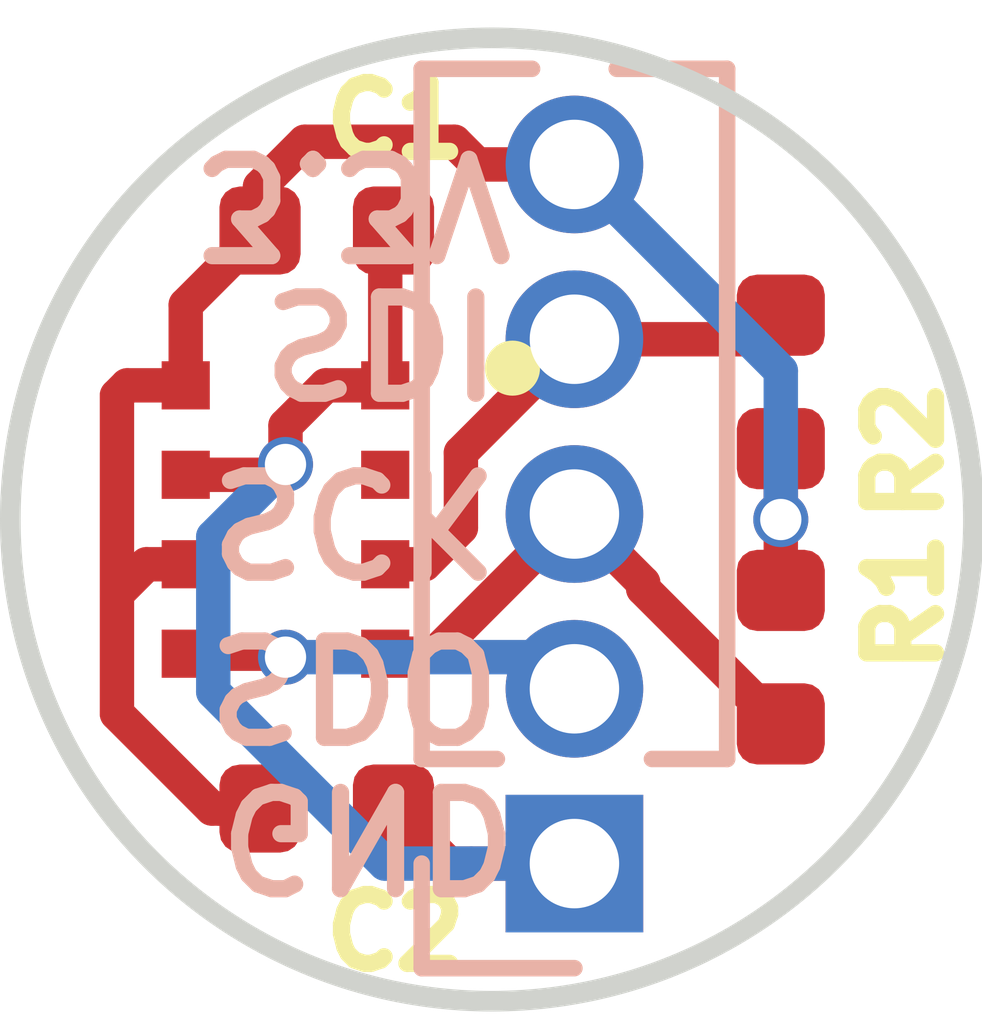
<source format=kicad_pcb>
(kicad_pcb (version 20171130) (host pcbnew 5.1.5-52549c5~84~ubuntu18.04.1)

  (general
    (thickness 1.6)
    (drawings 6)
    (tracks 54)
    (zones 0)
    (modules 6)
    (nets 7)
  )

  (page A4)
  (layers
    (0 F.Cu signal)
    (31 B.Cu signal)
    (32 B.Adhes user)
    (33 F.Adhes user)
    (34 B.Paste user)
    (35 F.Paste user)
    (36 B.SilkS user)
    (37 F.SilkS user)
    (38 B.Mask user)
    (39 F.Mask user)
    (40 Dwgs.User user)
    (41 Cmts.User user)
    (42 Eco1.User user)
    (43 Eco2.User user)
    (44 Edge.Cuts user)
    (45 Margin user)
    (46 B.CrtYd user)
    (47 F.CrtYd user)
    (48 B.Fab user)
    (49 F.Fab user hide)
  )

  (setup
    (last_trace_width 0.25)
    (trace_clearance 0.2)
    (zone_clearance 0.508)
    (zone_45_only no)
    (trace_min 0.2)
    (via_size 0.4)
    (via_drill 0.3)
    (via_min_size 0.4)
    (via_min_drill 0.3)
    (uvia_size 0.3)
    (uvia_drill 0.1)
    (uvias_allowed no)
    (uvia_min_size 0.2)
    (uvia_min_drill 0.1)
    (edge_width 0.15)
    (segment_width 0.2)
    (pcb_text_width 0.3)
    (pcb_text_size 1.5 1.5)
    (mod_edge_width 0.15)
    (mod_text_size 1 1)
    (mod_text_width 0.15)
    (pad_size 1.524 1.524)
    (pad_drill 0.762)
    (pad_to_mask_clearance 0.051)
    (solder_mask_min_width 0.25)
    (aux_axis_origin 0 0)
    (visible_elements FFFFFF7F)
    (pcbplotparams
      (layerselection 0x010fc_ffffffff)
      (usegerberextensions false)
      (usegerberattributes false)
      (usegerberadvancedattributes false)
      (creategerberjobfile false)
      (excludeedgelayer true)
      (linewidth 0.100000)
      (plotframeref false)
      (viasonmask false)
      (mode 1)
      (useauxorigin false)
      (hpglpennumber 1)
      (hpglpenspeed 20)
      (hpglpendiameter 15.000000)
      (psnegative false)
      (psa4output false)
      (plotreference true)
      (plotvalue true)
      (plotinvisibletext false)
      (padsonsilk false)
      (subtractmaskfromsilk false)
      (outputformat 1)
      (mirror false)
      (drillshape 1)
      (scaleselection 1)
      (outputdirectory ""))
  )

  (net 0 "")
  (net 1 +3V3)
  (net 2 GND)
  (net 3 /sck)
  (net 4 /sdi)
  (net 5 /sdo)
  (net 6 "Net-(U1-Pad2)")

  (net_class Default "This is the default net class."
    (clearance 0.2)
    (trace_width 0.25)
    (via_dia 0.4)
    (via_drill 0.3)
    (uvia_dia 0.3)
    (uvia_drill 0.1)
    (add_net +3V3)
    (add_net /sck)
    (add_net /sdi)
    (add_net /sdo)
    (add_net GND)
    (add_net "Net-(U1-Pad2)")
  )

  (module Capacitor_SMD:C_0402_1005Metric (layer F.Cu) (tedit 5E57BB81) (tstamp 5E6DBC1F)
    (at 140.8 91.9 180)
    (descr "Capacitor SMD 0402 (1005 Metric), square (rectangular) end terminal, IPC_7351 nominal, (Body size source: http://www.tortai-tech.com/upload/download/2011102023233369053.pdf), generated with kicad-footprint-generator")
    (tags capacitor)
    (path /5E57BA75)
    (attr smd)
    (fp_text reference C1 (at -0.5 0.8) (layer F.SilkS)
      (effects (font (size 0.5 0.5) (thickness 0.15)))
    )
    (fp_text value 100n (at 0 1.17) (layer F.Fab)
      (effects (font (size 1 1) (thickness 0.15)))
    )
    (fp_line (start -0.5 0.25) (end -0.5 -0.25) (layer F.Fab) (width 0.1))
    (fp_line (start -0.5 -0.25) (end 0.5 -0.25) (layer F.Fab) (width 0.1))
    (fp_line (start 0.5 -0.25) (end 0.5 0.25) (layer F.Fab) (width 0.1))
    (fp_line (start 0.5 0.25) (end -0.5 0.25) (layer F.Fab) (width 0.1))
    (fp_line (start -0.93 0.47) (end -0.93 -0.47) (layer F.CrtYd) (width 0.05))
    (fp_line (start -0.93 -0.47) (end 0.93 -0.47) (layer F.CrtYd) (width 0.05))
    (fp_line (start 0.93 -0.47) (end 0.93 0.47) (layer F.CrtYd) (width 0.05))
    (fp_line (start 0.93 0.47) (end -0.93 0.47) (layer F.CrtYd) (width 0.05))
    (fp_text user %R (at 0 0) (layer F.Fab)
      (effects (font (size 0.25 0.25) (thickness 0.04)))
    )
    (pad 1 smd roundrect (at -0.485 0 180) (size 0.59 0.64) (layers F.Cu F.Paste F.Mask) (roundrect_rratio 0.25)
      (net 2 GND))
    (pad 2 smd roundrect (at 0.485 0 180) (size 0.59 0.64) (layers F.Cu F.Paste F.Mask) (roundrect_rratio 0.25)
      (net 1 +3V3))
    (model ${KISYS3DMOD}/Capacitor_SMD.3dshapes/C_0402_1005Metric.wrl
      (at (xyz 0 0 0))
      (scale (xyz 1 1 1))
      (rotate (xyz 0 0 0))
    )
  )

  (module Capacitor_SMD:C_0402_1005Metric (layer F.Cu) (tedit 5E57BB84) (tstamp 5F9C3525)
    (at 140.8 96.1 180)
    (descr "Capacitor SMD 0402 (1005 Metric), square (rectangular) end terminal, IPC_7351 nominal, (Body size source: http://www.tortai-tech.com/upload/download/2011102023233369053.pdf), generated with kicad-footprint-generator")
    (tags capacitor)
    (path /5E57BB58)
    (attr smd)
    (fp_text reference C2 (at -0.5 -0.9) (layer F.SilkS)
      (effects (font (size 0.5 0.5) (thickness 0.15)))
    )
    (fp_text value 100n (at 0 1.17) (layer F.Fab)
      (effects (font (size 1 1) (thickness 0.15)))
    )
    (fp_text user %R (at 0 0) (layer F.Fab)
      (effects (font (size 0.25 0.25) (thickness 0.04)))
    )
    (fp_line (start 0.93 0.47) (end -0.93 0.47) (layer F.CrtYd) (width 0.05))
    (fp_line (start 0.93 -0.47) (end 0.93 0.47) (layer F.CrtYd) (width 0.05))
    (fp_line (start -0.93 -0.47) (end 0.93 -0.47) (layer F.CrtYd) (width 0.05))
    (fp_line (start -0.93 0.47) (end -0.93 -0.47) (layer F.CrtYd) (width 0.05))
    (fp_line (start 0.5 0.25) (end -0.5 0.25) (layer F.Fab) (width 0.1))
    (fp_line (start 0.5 -0.25) (end 0.5 0.25) (layer F.Fab) (width 0.1))
    (fp_line (start -0.5 -0.25) (end 0.5 -0.25) (layer F.Fab) (width 0.1))
    (fp_line (start -0.5 0.25) (end -0.5 -0.25) (layer F.Fab) (width 0.1))
    (pad 2 smd roundrect (at 0.485 0 180) (size 0.59 0.64) (layers F.Cu F.Paste F.Mask) (roundrect_rratio 0.25)
      (net 1 +3V3))
    (pad 1 smd roundrect (at -0.485 0 180) (size 0.59 0.64) (layers F.Cu F.Paste F.Mask) (roundrect_rratio 0.25)
      (net 2 GND))
    (model ${KISYS3DMOD}/Capacitor_SMD.3dshapes/C_0402_1005Metric.wrl
      (at (xyz 0 0 0))
      (scale (xyz 1 1 1))
      (rotate (xyz 0 0 0))
    )
  )

  (module Connector_PinHeader_1.27mm:PinHeader_1x05_P1.27mm_Vertical (layer B.Cu) (tedit 5E57BBA1) (tstamp 5E6DBC49)
    (at 142.6 96.5)
    (descr "Through hole straight pin header, 1x05, 1.27mm pitch, single row")
    (tags "Through hole pin header THT 1x05 1.27mm single row")
    (path /5E57BDFD)
    (fp_text reference J1 (at 0 1.695) (layer B.SilkS) hide
      (effects (font (size 1 1) (thickness 0.15)) (justify mirror))
    )
    (fp_text value Conn_01x05_Female (at 0 -6.775) (layer B.Fab) hide
      (effects (font (size 1 1) (thickness 0.15)) (justify mirror))
    )
    (fp_line (start -0.525 0.635) (end 1.05 0.635) (layer B.Fab) (width 0.1))
    (fp_line (start 1.05 0.635) (end 1.05 -5.715) (layer B.Fab) (width 0.1))
    (fp_line (start 1.05 -5.715) (end -1.05 -5.715) (layer B.Fab) (width 0.1))
    (fp_line (start -1.05 -5.715) (end -1.05 0.11) (layer B.Fab) (width 0.1))
    (fp_line (start -1.05 0.11) (end -0.525 0.635) (layer B.Fab) (width 0.1))
    (fp_line (start -1.11 -5.775) (end -0.30753 -5.775) (layer B.SilkS) (width 0.12))
    (fp_line (start 0.30753 -5.775) (end 1.11 -5.775) (layer B.SilkS) (width 0.12))
    (fp_line (start -1.11 -0.76) (end -1.11 -5.775) (layer B.SilkS) (width 0.12))
    (fp_line (start 1.11 -0.76) (end 1.11 -5.775) (layer B.SilkS) (width 0.12))
    (fp_line (start -1.11 -0.76) (end -0.563471 -0.76) (layer B.SilkS) (width 0.12))
    (fp_line (start 0.563471 -0.76) (end 1.11 -0.76) (layer B.SilkS) (width 0.12))
    (fp_line (start -1.11 0) (end -1.11 0.76) (layer B.SilkS) (width 0.12))
    (fp_line (start -1.11 0.76) (end 0 0.76) (layer B.SilkS) (width 0.12))
    (fp_line (start -1.55 1.15) (end -1.55 -6.25) (layer B.CrtYd) (width 0.05))
    (fp_line (start -1.55 -6.25) (end 1.55 -6.25) (layer B.CrtYd) (width 0.05))
    (fp_line (start 1.55 -6.25) (end 1.55 1.15) (layer B.CrtYd) (width 0.05))
    (fp_line (start 1.55 1.15) (end -1.55 1.15) (layer B.CrtYd) (width 0.05))
    (fp_text user %R (at 0 -2.54 90) (layer B.Fab)
      (effects (font (size 1 1) (thickness 0.15)) (justify mirror))
    )
    (pad 1 thru_hole rect (at 0 0) (size 1 1) (drill 0.65) (layers *.Cu *.Mask)
      (net 2 GND))
    (pad 2 thru_hole oval (at 0 -1.27) (size 1 1) (drill 0.65) (layers *.Cu *.Mask)
      (net 5 /sdo))
    (pad 3 thru_hole oval (at 0 -2.54) (size 1 1) (drill 0.65) (layers *.Cu *.Mask)
      (net 3 /sck))
    (pad 4 thru_hole oval (at 0 -3.81) (size 1 1) (drill 0.65) (layers *.Cu *.Mask)
      (net 4 /sdi))
    (pad 5 thru_hole oval (at 0 -5.08) (size 1 1) (drill 0.65) (layers *.Cu *.Mask)
      (net 1 +3V3))
    (model ${KISYS3DMOD}/Connector_PinHeader_1.27mm.3dshapes/PinHeader_1x05_P1.27mm_Vertical.wrl
      (at (xyz 0 0 0))
      (scale (xyz 1 1 1))
      (rotate (xyz 0 0 0))
    )
  )

  (module custom_lib:XDCR_DPS368XTSA1 (layer F.Cu) (tedit 5E57BDA0) (tstamp 5F9BDB57)
    (at 140.5 94)
    (path /5E57B9DA)
    (fp_text reference U1 (at 0.762 -2.3114) (layer F.SilkS) hide
      (effects (font (size 0.64 0.64) (thickness 0.015)))
    )
    (fp_text value DPS368XTSA1 (at 5.2324 2.1336) (layer F.Fab)
      (effects (font (size 0.64 0.64) (thickness 0.015)))
    )
    (fp_circle (center 0.725 -0.325) (end 0.8125 -0.325) (layer F.Paste) (width 0.175))
    (fp_circle (center 0.725 -0.975) (end 0.8125 -0.975) (layer F.Paste) (width 0.175))
    (fp_circle (center 0.725 0.325) (end 0.8125 0.325) (layer F.Paste) (width 0.175))
    (fp_circle (center 0.725 0.975) (end 0.8125 0.975) (layer F.Paste) (width 0.175))
    (fp_circle (center -0.725 -0.325) (end -0.6375 -0.325) (layer F.Paste) (width 0.175))
    (fp_circle (center -0.725 -0.975) (end -0.6375 -0.975) (layer F.Paste) (width 0.175))
    (fp_circle (center -0.725 0.325) (end -0.6375 0.325) (layer F.Paste) (width 0.175))
    (fp_circle (center -0.725 0.975) (end -0.6375 0.975) (layer F.Paste) (width 0.175))
    (fp_line (start -1 -1.25) (end 1 -1.25) (layer F.Fab) (width 0.127))
    (fp_line (start 1 -1.25) (end 1 1.25) (layer F.Fab) (width 0.127))
    (fp_line (start 1 1.25) (end -1 1.25) (layer F.Fab) (width 0.127))
    (fp_line (start -1 1.25) (end -1 -1.25) (layer F.Fab) (width 0.127))
    (fp_circle (center 1.65 -1.1) (end 1.75 -1.1) (layer F.SilkS) (width 0.2))
    (fp_circle (center 1.65 -1.1) (end 1.75 -1.1) (layer F.Fab) (width 0.2))
    (fp_line (start -1.25 -1.5) (end 1.25 -1.5) (layer F.CrtYd) (width 0.05))
    (fp_line (start 1.25 -1.5) (end 1.25 1.5) (layer F.CrtYd) (width 0.05))
    (fp_line (start 1.25 1.5) (end -1.25 1.5) (layer F.CrtYd) (width 0.05))
    (fp_line (start -1.25 1.5) (end -1.25 -1.5) (layer F.CrtYd) (width 0.05))
    (pad 7 smd rect (at -0.725 -0.325) (size 0.35 0.35) (layers F.Cu F.Mask)
      (net 2 GND))
    (pad 2 smd rect (at 0.725 -0.325) (size 0.35 0.35) (layers F.Cu F.Mask)
      (net 6 "Net-(U1-Pad2)"))
    (pad 6 smd rect (at -0.725 0.325) (size 0.35 0.35) (layers F.Cu F.Mask)
      (net 1 +3V3))
    (pad 3 smd rect (at 0.725 0.325) (size 0.35 0.35) (layers F.Cu F.Mask)
      (net 4 /sdi))
    (pad 8 smd rect (at -0.725 -0.975) (size 0.35 0.35) (layers F.Cu F.Mask)
      (net 1 +3V3))
    (pad 1 smd rect (at 0.725 -0.975) (size 0.35 0.35) (layers F.Cu F.Mask)
      (net 2 GND))
    (pad 5 smd rect (at -0.725 0.975) (size 0.35 0.35) (layers F.Cu F.Mask)
      (net 5 /sdo))
    (pad 4 smd rect (at 0.725 0.975) (size 0.35 0.35) (layers F.Cu F.Mask)
      (net 3 /sck))
  )

  (module Resistor_SMD:R_0402_1005Metric (layer F.Cu) (tedit 5E57BB7E) (tstamp 5E6DBDC5)
    (at 144.1 95 270)
    (descr "Resistor SMD 0402 (1005 Metric), square (rectangular) end terminal, IPC_7351 nominal, (Body size source: http://www.tortai-tech.com/upload/download/2011102023233369053.pdf), generated with kicad-footprint-generator")
    (tags resistor)
    (path /5E57BC28)
    (attr smd)
    (fp_text reference R1 (at -0.4 -0.9 270) (layer F.SilkS)
      (effects (font (size 0.5 0.5) (thickness 0.15)))
    )
    (fp_text value 10k (at 0 1.17 90) (layer F.Fab)
      (effects (font (size 1 1) (thickness 0.15)))
    )
    (fp_text user %R (at 0 0 90) (layer F.Fab)
      (effects (font (size 0.25 0.25) (thickness 0.04)))
    )
    (fp_line (start 0.93 0.47) (end -0.93 0.47) (layer F.CrtYd) (width 0.05))
    (fp_line (start 0.93 -0.47) (end 0.93 0.47) (layer F.CrtYd) (width 0.05))
    (fp_line (start -0.93 -0.47) (end 0.93 -0.47) (layer F.CrtYd) (width 0.05))
    (fp_line (start -0.93 0.47) (end -0.93 -0.47) (layer F.CrtYd) (width 0.05))
    (fp_line (start 0.5 0.25) (end -0.5 0.25) (layer F.Fab) (width 0.1))
    (fp_line (start 0.5 -0.25) (end 0.5 0.25) (layer F.Fab) (width 0.1))
    (fp_line (start -0.5 -0.25) (end 0.5 -0.25) (layer F.Fab) (width 0.1))
    (fp_line (start -0.5 0.25) (end -0.5 -0.25) (layer F.Fab) (width 0.1))
    (pad 2 smd roundrect (at 0.485 0 270) (size 0.59 0.64) (layers F.Cu F.Paste F.Mask) (roundrect_rratio 0.25)
      (net 3 /sck))
    (pad 1 smd roundrect (at -0.485 0 270) (size 0.59 0.64) (layers F.Cu F.Paste F.Mask) (roundrect_rratio 0.25)
      (net 1 +3V3))
    (model ${KISYS3DMOD}/Resistor_SMD.3dshapes/R_0402_1005Metric.wrl
      (at (xyz 0 0 0))
      (scale (xyz 1 1 1))
      (rotate (xyz 0 0 0))
    )
  )

  (module Resistor_SMD:R_0402_1005Metric (layer F.Cu) (tedit 5E57BB7A) (tstamp 5F9C33AB)
    (at 144.1 93 90)
    (descr "Resistor SMD 0402 (1005 Metric), square (rectangular) end terminal, IPC_7351 nominal, (Body size source: http://www.tortai-tech.com/upload/download/2011102023233369053.pdf), generated with kicad-footprint-generator")
    (tags resistor)
    (path /5E57BBD4)
    (attr smd)
    (fp_text reference R2 (at -0.5 0.9 90) (layer F.SilkS)
      (effects (font (size 0.5 0.5) (thickness 0.15)))
    )
    (fp_text value 10k (at 0 1.17 270) (layer F.Fab)
      (effects (font (size 1 1) (thickness 0.15)))
    )
    (fp_line (start -0.5 0.25) (end -0.5 -0.25) (layer F.Fab) (width 0.1))
    (fp_line (start -0.5 -0.25) (end 0.5 -0.25) (layer F.Fab) (width 0.1))
    (fp_line (start 0.5 -0.25) (end 0.5 0.25) (layer F.Fab) (width 0.1))
    (fp_line (start 0.5 0.25) (end -0.5 0.25) (layer F.Fab) (width 0.1))
    (fp_line (start -0.93 0.47) (end -0.93 -0.47) (layer F.CrtYd) (width 0.05))
    (fp_line (start -0.93 -0.47) (end 0.93 -0.47) (layer F.CrtYd) (width 0.05))
    (fp_line (start 0.93 -0.47) (end 0.93 0.47) (layer F.CrtYd) (width 0.05))
    (fp_line (start 0.93 0.47) (end -0.93 0.47) (layer F.CrtYd) (width 0.05))
    (fp_text user %R (at 0 0 270) (layer F.Fab)
      (effects (font (size 0.25 0.25) (thickness 0.04)))
    )
    (pad 1 smd roundrect (at -0.485 0 90) (size 0.59 0.64) (layers F.Cu F.Paste F.Mask) (roundrect_rratio 0.25)
      (net 1 +3V3))
    (pad 2 smd roundrect (at 0.485 0 90) (size 0.59 0.64) (layers F.Cu F.Paste F.Mask) (roundrect_rratio 0.25)
      (net 4 /sdi))
    (model ${KISYS3DMOD}/Resistor_SMD.3dshapes/R_0402_1005Metric.wrl
      (at (xyz 0 0 0))
      (scale (xyz 1 1 1))
      (rotate (xyz 0 0 0))
    )
  )

  (gr_circle (center 142 94) (end 145.5 94) (layer Edge.Cuts) (width 0.15))
  (gr_text 3.3V (at 141 91.7 180) (layer B.SilkS) (tstamp 5E6DC1DA)
    (effects (font (size 0.7 0.7) (thickness 0.125)) (justify mirror))
  )
  (gr_text SDI (at 141.2 92.7 180) (layer B.SilkS) (tstamp 5E6DC1DA)
    (effects (font (size 0.7 0.7) (thickness 0.125)) (justify mirror))
  )
  (gr_text SCK (at 141 94 180) (layer B.SilkS) (tstamp 5E6DC1DA)
    (effects (font (size 0.7 0.7) (thickness 0.125)) (justify mirror))
  )
  (gr_text SDO (at 141 95.2 180) (layer B.SilkS) (tstamp 5E6DC1DA)
    (effects (font (size 0.7 0.7) (thickness 0.125)) (justify mirror))
  )
  (gr_text GND (at 141.1 96.3 180) (layer B.SilkS)
    (effects (font (size 0.7 0.7) (thickness 0.125)) (justify mirror))
  )

  (segment (start 140.02 96.1) (end 140.315 96.1) (width 0.25) (layer F.Cu) (net 1))
  (segment (start 139.964998 96.1) (end 140.02 96.1) (width 0.25) (layer F.Cu) (net 1))
  (segment (start 139.274999 95.410001) (end 139.964998 96.1) (width 0.25) (layer F.Cu) (net 1))
  (segment (start 139.274999 94.539999) (end 139.274999 95.410001) (width 0.25) (layer F.Cu) (net 1))
  (segment (start 139.489998 94.325) (end 139.274999 94.539999) (width 0.25) (layer F.Cu) (net 1))
  (segment (start 139.775 94.325) (end 139.489998 94.325) (width 0.25) (layer F.Cu) (net 1))
  (segment (start 139.35 93.025) (end 139.775 93.025) (width 0.25) (layer F.Cu) (net 1))
  (segment (start 139.274999 93.100001) (end 139.35 93.025) (width 0.25) (layer F.Cu) (net 1))
  (segment (start 139.274999 94.539999) (end 139.274999 93.100001) (width 0.25) (layer F.Cu) (net 1))
  (segment (start 139.775 92.44) (end 140.315 91.9) (width 0.25) (layer F.Cu) (net 1))
  (segment (start 139.775 93.025) (end 139.775 92.44) (width 0.25) (layer F.Cu) (net 1))
  (segment (start 141.892894 91.42) (end 142.6 91.42) (width 0.25) (layer F.Cu) (net 1))
  (segment (start 140.64001 91.25499) (end 141.727884 91.25499) (width 0.25) (layer F.Cu) (net 1))
  (segment (start 141.727884 91.25499) (end 141.892894 91.42) (width 0.25) (layer F.Cu) (net 1))
  (segment (start 140.315 91.58) (end 140.64001 91.25499) (width 0.25) (layer F.Cu) (net 1))
  (segment (start 140.315 91.9) (end 140.315 91.58) (width 0.25) (layer F.Cu) (net 1))
  (via (at 144.1 94) (size 0.4) (drill 0.3) (layers F.Cu B.Cu) (net 1))
  (segment (start 142.6 91.42) (end 144.1 92.92) (width 0.25) (layer B.Cu) (net 1))
  (segment (start 144.1 92.92) (end 144.1 94) (width 0.25) (layer B.Cu) (net 1))
  (segment (start 144.1 94) (end 144.1 93.485) (width 0.25) (layer F.Cu) (net 1))
  (segment (start 144.1 94.515) (end 144.1 94) (width 0.25) (layer F.Cu) (net 1))
  (via (at 140.5 93.6) (size 0.4) (drill 0.3) (layers F.Cu B.Cu) (net 2))
  (segment (start 139.775 93.675) (end 140.425 93.675) (width 0.25) (layer F.Cu) (net 2))
  (segment (start 140.425 93.675) (end 140.5 93.6) (width 0.25) (layer F.Cu) (net 2))
  (segment (start 140.792158 93.025) (end 140.5 93.317158) (width 0.25) (layer F.Cu) (net 2))
  (segment (start 140.5 93.317158) (end 140.5 93.6) (width 0.25) (layer F.Cu) (net 2))
  (segment (start 141.225 93.025) (end 140.792158 93.025) (width 0.25) (layer F.Cu) (net 2))
  (segment (start 141.225 91.96) (end 141.285 91.9) (width 0.25) (layer F.Cu) (net 2))
  (segment (start 141.225 93.025) (end 141.225 91.96) (width 0.25) (layer F.Cu) (net 2))
  (segment (start 141.685 96.5) (end 141.285 96.1) (width 0.25) (layer F.Cu) (net 2))
  (segment (start 142.6 96.5) (end 141.685 96.5) (width 0.25) (layer F.Cu) (net 2))
  (segment (start 141.222998 96.5) (end 141.85 96.5) (width 0.25) (layer B.Cu) (net 2))
  (segment (start 139.974999 95.252001) (end 141.222998 96.5) (width 0.25) (layer B.Cu) (net 2))
  (segment (start 139.974999 94.125001) (end 139.974999 95.252001) (width 0.25) (layer B.Cu) (net 2))
  (segment (start 141.85 96.5) (end 142.6 96.5) (width 0.25) (layer B.Cu) (net 2))
  (segment (start 140.5 93.6) (end 139.974999 94.125001) (width 0.25) (layer B.Cu) (net 2))
  (segment (start 144.081768 95.485) (end 144.1 95.485) (width 0.25) (layer F.Cu) (net 3))
  (segment (start 143.099999 94.459999) (end 143.099999 94.503231) (width 0.25) (layer F.Cu) (net 3))
  (segment (start 143.099999 94.503231) (end 144.081768 95.485) (width 0.25) (layer F.Cu) (net 3))
  (segment (start 142.6 93.96) (end 143.099999 94.459999) (width 0.25) (layer F.Cu) (net 3))
  (segment (start 141.585 94.975) (end 141.225 94.975) (width 0.25) (layer F.Cu) (net 3))
  (segment (start 142.6 93.96) (end 141.585 94.975) (width 0.25) (layer F.Cu) (net 3))
  (segment (start 143.925 92.69) (end 144.1 92.515) (width 0.25) (layer F.Cu) (net 4))
  (segment (start 142.6 92.69) (end 143.925 92.69) (width 0.25) (layer F.Cu) (net 4))
  (segment (start 142.100001 93.189999) (end 142.6 92.69) (width 0.25) (layer F.Cu) (net 4))
  (segment (start 141.774999 93.515001) (end 142.100001 93.189999) (width 0.25) (layer F.Cu) (net 4))
  (segment (start 141.774999 94.060003) (end 141.774999 93.515001) (width 0.25) (layer F.Cu) (net 4))
  (segment (start 141.510002 94.325) (end 141.774999 94.060003) (width 0.25) (layer F.Cu) (net 4))
  (segment (start 141.225 94.325) (end 141.510002 94.325) (width 0.25) (layer F.Cu) (net 4))
  (segment (start 139.775 94.975) (end 140.475 94.975) (width 0.25) (layer F.Cu) (net 5))
  (via (at 140.5 95) (size 0.4) (drill 0.3) (layers F.Cu B.Cu) (net 5))
  (segment (start 140.475 94.975) (end 140.5 95) (width 0.25) (layer F.Cu) (net 5))
  (segment (start 142.37 95) (end 142.6 95.23) (width 0.25) (layer B.Cu) (net 5))
  (segment (start 140.5 95) (end 142.37 95) (width 0.25) (layer B.Cu) (net 5))

)

</source>
